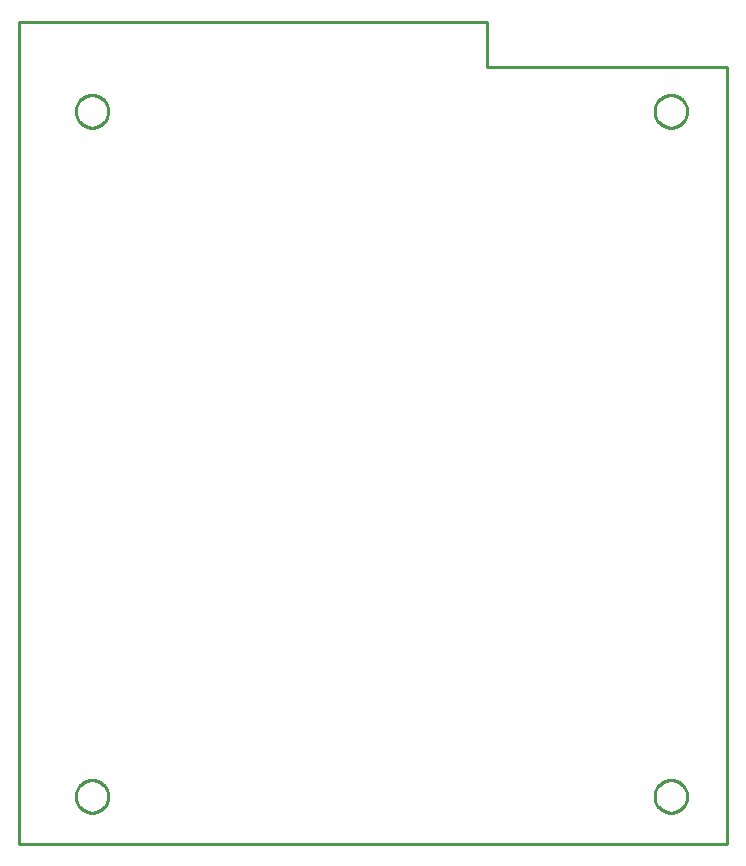
<source format=gbr>
G04 EAGLE Gerber X2 export*
%TF.Part,Single*%
%TF.FileFunction,Profile,NP*%
%TF.FilePolarity,Positive*%
%TF.GenerationSoftware,Autodesk,EAGLE,8.6.1*%
%TF.CreationDate,2018-11-15T20:20:10Z*%
G75*
%MOMM*%
%FSLAX34Y34*%
%LPD*%
%AMOC8*
5,1,8,0,0,1.08239X$1,22.5*%
G01*
%ADD10C,0.254000*%


D10*
X3810Y2540D02*
X603250Y2540D01*
X603250Y660400D01*
X400050Y660400D01*
X400050Y698500D01*
X3810Y698500D01*
X3810Y2540D01*
X555931Y56480D02*
X556911Y56410D01*
X557883Y56270D01*
X558843Y56061D01*
X559785Y55785D01*
X560705Y55441D01*
X561599Y55033D01*
X562461Y54563D01*
X563287Y54032D01*
X564073Y53443D01*
X564815Y52800D01*
X565510Y52105D01*
X566153Y51363D01*
X566742Y50577D01*
X567273Y49751D01*
X567743Y48889D01*
X568151Y47995D01*
X568495Y47075D01*
X568771Y46133D01*
X568980Y45173D01*
X569120Y44201D01*
X569190Y43221D01*
X569190Y42239D01*
X569120Y41259D01*
X568980Y40287D01*
X568771Y39327D01*
X568495Y38385D01*
X568151Y37465D01*
X567743Y36571D01*
X567273Y35709D01*
X566742Y34883D01*
X566153Y34097D01*
X565510Y33355D01*
X564815Y32660D01*
X564073Y32017D01*
X563287Y31428D01*
X562461Y30897D01*
X561599Y30427D01*
X560705Y30019D01*
X559785Y29675D01*
X558843Y29399D01*
X557883Y29190D01*
X556911Y29050D01*
X555931Y28980D01*
X554949Y28980D01*
X553969Y29050D01*
X552997Y29190D01*
X552037Y29399D01*
X551095Y29675D01*
X550175Y30019D01*
X549281Y30427D01*
X548419Y30897D01*
X547593Y31428D01*
X546807Y32017D01*
X546065Y32660D01*
X545370Y33355D01*
X544727Y34097D01*
X544138Y34883D01*
X543607Y35709D01*
X543137Y36571D01*
X542729Y37465D01*
X542385Y38385D01*
X542109Y39327D01*
X541900Y40287D01*
X541760Y41259D01*
X541690Y42239D01*
X541690Y43221D01*
X541760Y44201D01*
X541900Y45173D01*
X542109Y46133D01*
X542385Y47075D01*
X542729Y47995D01*
X543137Y48889D01*
X543607Y49751D01*
X544138Y50577D01*
X544727Y51363D01*
X545370Y52105D01*
X546065Y52800D01*
X546807Y53443D01*
X547593Y54032D01*
X548419Y54563D01*
X549281Y55033D01*
X550175Y55441D01*
X551095Y55785D01*
X552037Y56061D01*
X552997Y56270D01*
X553969Y56410D01*
X554949Y56480D01*
X555931Y56480D01*
X555931Y636480D02*
X556911Y636410D01*
X557883Y636270D01*
X558843Y636061D01*
X559785Y635785D01*
X560705Y635441D01*
X561599Y635033D01*
X562461Y634563D01*
X563287Y634032D01*
X564073Y633443D01*
X564815Y632800D01*
X565510Y632105D01*
X566153Y631363D01*
X566742Y630577D01*
X567273Y629751D01*
X567743Y628889D01*
X568151Y627995D01*
X568495Y627075D01*
X568771Y626133D01*
X568980Y625173D01*
X569120Y624201D01*
X569190Y623221D01*
X569190Y622239D01*
X569120Y621259D01*
X568980Y620287D01*
X568771Y619327D01*
X568495Y618385D01*
X568151Y617465D01*
X567743Y616571D01*
X567273Y615709D01*
X566742Y614883D01*
X566153Y614097D01*
X565510Y613355D01*
X564815Y612660D01*
X564073Y612017D01*
X563287Y611428D01*
X562461Y610897D01*
X561599Y610427D01*
X560705Y610019D01*
X559785Y609675D01*
X558843Y609399D01*
X557883Y609190D01*
X556911Y609050D01*
X555931Y608980D01*
X554949Y608980D01*
X553969Y609050D01*
X552997Y609190D01*
X552037Y609399D01*
X551095Y609675D01*
X550175Y610019D01*
X549281Y610427D01*
X548419Y610897D01*
X547593Y611428D01*
X546807Y612017D01*
X546065Y612660D01*
X545370Y613355D01*
X544727Y614097D01*
X544138Y614883D01*
X543607Y615709D01*
X543137Y616571D01*
X542729Y617465D01*
X542385Y618385D01*
X542109Y619327D01*
X541900Y620287D01*
X541760Y621259D01*
X541690Y622239D01*
X541690Y623221D01*
X541760Y624201D01*
X541900Y625173D01*
X542109Y626133D01*
X542385Y627075D01*
X542729Y627995D01*
X543137Y628889D01*
X543607Y629751D01*
X544138Y630577D01*
X544727Y631363D01*
X545370Y632105D01*
X546065Y632800D01*
X546807Y633443D01*
X547593Y634032D01*
X548419Y634563D01*
X549281Y635033D01*
X550175Y635441D01*
X551095Y635785D01*
X552037Y636061D01*
X552997Y636270D01*
X553969Y636410D01*
X554949Y636480D01*
X555931Y636480D01*
X65931Y56480D02*
X66911Y56410D01*
X67883Y56270D01*
X68843Y56061D01*
X69785Y55785D01*
X70705Y55441D01*
X71599Y55033D01*
X72461Y54563D01*
X73287Y54032D01*
X74073Y53443D01*
X74815Y52800D01*
X75510Y52105D01*
X76153Y51363D01*
X76742Y50577D01*
X77273Y49751D01*
X77743Y48889D01*
X78151Y47995D01*
X78495Y47075D01*
X78771Y46133D01*
X78980Y45173D01*
X79120Y44201D01*
X79190Y43221D01*
X79190Y42239D01*
X79120Y41259D01*
X78980Y40287D01*
X78771Y39327D01*
X78495Y38385D01*
X78151Y37465D01*
X77743Y36571D01*
X77273Y35709D01*
X76742Y34883D01*
X76153Y34097D01*
X75510Y33355D01*
X74815Y32660D01*
X74073Y32017D01*
X73287Y31428D01*
X72461Y30897D01*
X71599Y30427D01*
X70705Y30019D01*
X69785Y29675D01*
X68843Y29399D01*
X67883Y29190D01*
X66911Y29050D01*
X65931Y28980D01*
X64949Y28980D01*
X63969Y29050D01*
X62997Y29190D01*
X62037Y29399D01*
X61095Y29675D01*
X60175Y30019D01*
X59281Y30427D01*
X58419Y30897D01*
X57593Y31428D01*
X56807Y32017D01*
X56065Y32660D01*
X55370Y33355D01*
X54727Y34097D01*
X54138Y34883D01*
X53607Y35709D01*
X53137Y36571D01*
X52729Y37465D01*
X52385Y38385D01*
X52109Y39327D01*
X51900Y40287D01*
X51760Y41259D01*
X51690Y42239D01*
X51690Y43221D01*
X51760Y44201D01*
X51900Y45173D01*
X52109Y46133D01*
X52385Y47075D01*
X52729Y47995D01*
X53137Y48889D01*
X53607Y49751D01*
X54138Y50577D01*
X54727Y51363D01*
X55370Y52105D01*
X56065Y52800D01*
X56807Y53443D01*
X57593Y54032D01*
X58419Y54563D01*
X59281Y55033D01*
X60175Y55441D01*
X61095Y55785D01*
X62037Y56061D01*
X62997Y56270D01*
X63969Y56410D01*
X64949Y56480D01*
X65931Y56480D01*
X65931Y636480D02*
X66911Y636410D01*
X67883Y636270D01*
X68843Y636061D01*
X69785Y635785D01*
X70705Y635441D01*
X71599Y635033D01*
X72461Y634563D01*
X73287Y634032D01*
X74073Y633443D01*
X74815Y632800D01*
X75510Y632105D01*
X76153Y631363D01*
X76742Y630577D01*
X77273Y629751D01*
X77743Y628889D01*
X78151Y627995D01*
X78495Y627075D01*
X78771Y626133D01*
X78980Y625173D01*
X79120Y624201D01*
X79190Y623221D01*
X79190Y622239D01*
X79120Y621259D01*
X78980Y620287D01*
X78771Y619327D01*
X78495Y618385D01*
X78151Y617465D01*
X77743Y616571D01*
X77273Y615709D01*
X76742Y614883D01*
X76153Y614097D01*
X75510Y613355D01*
X74815Y612660D01*
X74073Y612017D01*
X73287Y611428D01*
X72461Y610897D01*
X71599Y610427D01*
X70705Y610019D01*
X69785Y609675D01*
X68843Y609399D01*
X67883Y609190D01*
X66911Y609050D01*
X65931Y608980D01*
X64949Y608980D01*
X63969Y609050D01*
X62997Y609190D01*
X62037Y609399D01*
X61095Y609675D01*
X60175Y610019D01*
X59281Y610427D01*
X58419Y610897D01*
X57593Y611428D01*
X56807Y612017D01*
X56065Y612660D01*
X55370Y613355D01*
X54727Y614097D01*
X54138Y614883D01*
X53607Y615709D01*
X53137Y616571D01*
X52729Y617465D01*
X52385Y618385D01*
X52109Y619327D01*
X51900Y620287D01*
X51760Y621259D01*
X51690Y622239D01*
X51690Y623221D01*
X51760Y624201D01*
X51900Y625173D01*
X52109Y626133D01*
X52385Y627075D01*
X52729Y627995D01*
X53137Y628889D01*
X53607Y629751D01*
X54138Y630577D01*
X54727Y631363D01*
X55370Y632105D01*
X56065Y632800D01*
X56807Y633443D01*
X57593Y634032D01*
X58419Y634563D01*
X59281Y635033D01*
X60175Y635441D01*
X61095Y635785D01*
X62037Y636061D01*
X62997Y636270D01*
X63969Y636410D01*
X64949Y636480D01*
X65931Y636480D01*
M02*

</source>
